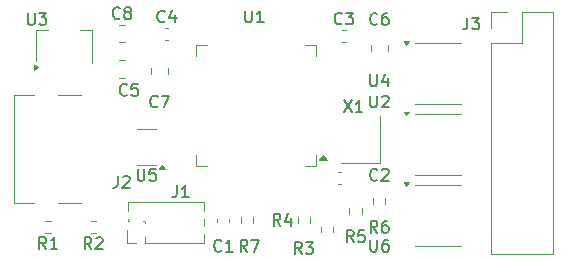
<source format=gbr>
%TF.GenerationSoftware,KiCad,Pcbnew,8.0.0*%
%TF.CreationDate,2024-03-25T21:44:05+01:00*%
%TF.ProjectId,expander-hw,65787061-6e64-4657-922d-68772e6b6963,rev?*%
%TF.SameCoordinates,Original*%
%TF.FileFunction,Legend,Top*%
%TF.FilePolarity,Positive*%
%FSLAX46Y46*%
G04 Gerber Fmt 4.6, Leading zero omitted, Abs format (unit mm)*
G04 Created by KiCad (PCBNEW 8.0.0) date 2024-03-25 21:44:05*
%MOMM*%
%LPD*%
G01*
G04 APERTURE LIST*
%ADD10C,0.150000*%
%ADD11C,0.120000*%
G04 APERTURE END LIST*
D10*
X121033333Y-92359580D02*
X120985714Y-92407200D01*
X120985714Y-92407200D02*
X120842857Y-92454819D01*
X120842857Y-92454819D02*
X120747619Y-92454819D01*
X120747619Y-92454819D02*
X120604762Y-92407200D01*
X120604762Y-92407200D02*
X120509524Y-92311961D01*
X120509524Y-92311961D02*
X120461905Y-92216723D01*
X120461905Y-92216723D02*
X120414286Y-92026247D01*
X120414286Y-92026247D02*
X120414286Y-91883390D01*
X120414286Y-91883390D02*
X120461905Y-91692914D01*
X120461905Y-91692914D02*
X120509524Y-91597676D01*
X120509524Y-91597676D02*
X120604762Y-91502438D01*
X120604762Y-91502438D02*
X120747619Y-91454819D01*
X120747619Y-91454819D02*
X120842857Y-91454819D01*
X120842857Y-91454819D02*
X120985714Y-91502438D01*
X120985714Y-91502438D02*
X121033333Y-91550057D01*
X121890476Y-91788152D02*
X121890476Y-92454819D01*
X121652381Y-91407200D02*
X121414286Y-92121485D01*
X121414286Y-92121485D02*
X122033333Y-92121485D01*
X117233333Y-92079580D02*
X117185714Y-92127200D01*
X117185714Y-92127200D02*
X117042857Y-92174819D01*
X117042857Y-92174819D02*
X116947619Y-92174819D01*
X116947619Y-92174819D02*
X116804762Y-92127200D01*
X116804762Y-92127200D02*
X116709524Y-92031961D01*
X116709524Y-92031961D02*
X116661905Y-91936723D01*
X116661905Y-91936723D02*
X116614286Y-91746247D01*
X116614286Y-91746247D02*
X116614286Y-91603390D01*
X116614286Y-91603390D02*
X116661905Y-91412914D01*
X116661905Y-91412914D02*
X116709524Y-91317676D01*
X116709524Y-91317676D02*
X116804762Y-91222438D01*
X116804762Y-91222438D02*
X116947619Y-91174819D01*
X116947619Y-91174819D02*
X117042857Y-91174819D01*
X117042857Y-91174819D02*
X117185714Y-91222438D01*
X117185714Y-91222438D02*
X117233333Y-91270057D01*
X117804762Y-91603390D02*
X117709524Y-91555771D01*
X117709524Y-91555771D02*
X117661905Y-91508152D01*
X117661905Y-91508152D02*
X117614286Y-91412914D01*
X117614286Y-91412914D02*
X117614286Y-91365295D01*
X117614286Y-91365295D02*
X117661905Y-91270057D01*
X117661905Y-91270057D02*
X117709524Y-91222438D01*
X117709524Y-91222438D02*
X117804762Y-91174819D01*
X117804762Y-91174819D02*
X117995238Y-91174819D01*
X117995238Y-91174819D02*
X118090476Y-91222438D01*
X118090476Y-91222438D02*
X118138095Y-91270057D01*
X118138095Y-91270057D02*
X118185714Y-91365295D01*
X118185714Y-91365295D02*
X118185714Y-91412914D01*
X118185714Y-91412914D02*
X118138095Y-91508152D01*
X118138095Y-91508152D02*
X118090476Y-91555771D01*
X118090476Y-91555771D02*
X117995238Y-91603390D01*
X117995238Y-91603390D02*
X117804762Y-91603390D01*
X117804762Y-91603390D02*
X117709524Y-91651009D01*
X117709524Y-91651009D02*
X117661905Y-91698628D01*
X117661905Y-91698628D02*
X117614286Y-91793866D01*
X117614286Y-91793866D02*
X117614286Y-91984342D01*
X117614286Y-91984342D02*
X117661905Y-92079580D01*
X117661905Y-92079580D02*
X117709524Y-92127200D01*
X117709524Y-92127200D02*
X117804762Y-92174819D01*
X117804762Y-92174819D02*
X117995238Y-92174819D01*
X117995238Y-92174819D02*
X118090476Y-92127200D01*
X118090476Y-92127200D02*
X118138095Y-92079580D01*
X118138095Y-92079580D02*
X118185714Y-91984342D01*
X118185714Y-91984342D02*
X118185714Y-91793866D01*
X118185714Y-91793866D02*
X118138095Y-91698628D01*
X118138095Y-91698628D02*
X118090476Y-91651009D01*
X118090476Y-91651009D02*
X117995238Y-91603390D01*
X120433333Y-99559580D02*
X120385714Y-99607200D01*
X120385714Y-99607200D02*
X120242857Y-99654819D01*
X120242857Y-99654819D02*
X120147619Y-99654819D01*
X120147619Y-99654819D02*
X120004762Y-99607200D01*
X120004762Y-99607200D02*
X119909524Y-99511961D01*
X119909524Y-99511961D02*
X119861905Y-99416723D01*
X119861905Y-99416723D02*
X119814286Y-99226247D01*
X119814286Y-99226247D02*
X119814286Y-99083390D01*
X119814286Y-99083390D02*
X119861905Y-98892914D01*
X119861905Y-98892914D02*
X119909524Y-98797676D01*
X119909524Y-98797676D02*
X120004762Y-98702438D01*
X120004762Y-98702438D02*
X120147619Y-98654819D01*
X120147619Y-98654819D02*
X120242857Y-98654819D01*
X120242857Y-98654819D02*
X120385714Y-98702438D01*
X120385714Y-98702438D02*
X120433333Y-98750057D01*
X120766667Y-98654819D02*
X121433333Y-98654819D01*
X121433333Y-98654819D02*
X121004762Y-99654819D01*
X117066666Y-105454819D02*
X117066666Y-106169104D01*
X117066666Y-106169104D02*
X117019047Y-106311961D01*
X117019047Y-106311961D02*
X116923809Y-106407200D01*
X116923809Y-106407200D02*
X116780952Y-106454819D01*
X116780952Y-106454819D02*
X116685714Y-106454819D01*
X117495238Y-105550057D02*
X117542857Y-105502438D01*
X117542857Y-105502438D02*
X117638095Y-105454819D01*
X117638095Y-105454819D02*
X117876190Y-105454819D01*
X117876190Y-105454819D02*
X117971428Y-105502438D01*
X117971428Y-105502438D02*
X118019047Y-105550057D01*
X118019047Y-105550057D02*
X118066666Y-105645295D01*
X118066666Y-105645295D02*
X118066666Y-105740533D01*
X118066666Y-105740533D02*
X118019047Y-105883390D01*
X118019047Y-105883390D02*
X117447619Y-106454819D01*
X117447619Y-106454819D02*
X118066666Y-106454819D01*
X136190476Y-99054819D02*
X136857142Y-100054819D01*
X136857142Y-99054819D02*
X136190476Y-100054819D01*
X137761904Y-100054819D02*
X137190476Y-100054819D01*
X137476190Y-100054819D02*
X137476190Y-99054819D01*
X137476190Y-99054819D02*
X137380952Y-99197676D01*
X137380952Y-99197676D02*
X137285714Y-99292914D01*
X137285714Y-99292914D02*
X137190476Y-99340533D01*
X114833333Y-111654819D02*
X114500000Y-111178628D01*
X114261905Y-111654819D02*
X114261905Y-110654819D01*
X114261905Y-110654819D02*
X114642857Y-110654819D01*
X114642857Y-110654819D02*
X114738095Y-110702438D01*
X114738095Y-110702438D02*
X114785714Y-110750057D01*
X114785714Y-110750057D02*
X114833333Y-110845295D01*
X114833333Y-110845295D02*
X114833333Y-110988152D01*
X114833333Y-110988152D02*
X114785714Y-111083390D01*
X114785714Y-111083390D02*
X114738095Y-111131009D01*
X114738095Y-111131009D02*
X114642857Y-111178628D01*
X114642857Y-111178628D02*
X114261905Y-111178628D01*
X115214286Y-110750057D02*
X115261905Y-110702438D01*
X115261905Y-110702438D02*
X115357143Y-110654819D01*
X115357143Y-110654819D02*
X115595238Y-110654819D01*
X115595238Y-110654819D02*
X115690476Y-110702438D01*
X115690476Y-110702438D02*
X115738095Y-110750057D01*
X115738095Y-110750057D02*
X115785714Y-110845295D01*
X115785714Y-110845295D02*
X115785714Y-110940533D01*
X115785714Y-110940533D02*
X115738095Y-111083390D01*
X115738095Y-111083390D02*
X115166667Y-111654819D01*
X115166667Y-111654819D02*
X115785714Y-111654819D01*
X122066666Y-106254819D02*
X122066666Y-106969104D01*
X122066666Y-106969104D02*
X122019047Y-107111961D01*
X122019047Y-107111961D02*
X121923809Y-107207200D01*
X121923809Y-107207200D02*
X121780952Y-107254819D01*
X121780952Y-107254819D02*
X121685714Y-107254819D01*
X123066666Y-107254819D02*
X122495238Y-107254819D01*
X122780952Y-107254819D02*
X122780952Y-106254819D01*
X122780952Y-106254819D02*
X122685714Y-106397676D01*
X122685714Y-106397676D02*
X122590476Y-106492914D01*
X122590476Y-106492914D02*
X122495238Y-106540533D01*
X130833334Y-109654818D02*
X130500001Y-109178627D01*
X130261906Y-109654818D02*
X130261906Y-108654818D01*
X130261906Y-108654818D02*
X130642858Y-108654818D01*
X130642858Y-108654818D02*
X130738096Y-108702437D01*
X130738096Y-108702437D02*
X130785715Y-108750056D01*
X130785715Y-108750056D02*
X130833334Y-108845294D01*
X130833334Y-108845294D02*
X130833334Y-108988151D01*
X130833334Y-108988151D02*
X130785715Y-109083389D01*
X130785715Y-109083389D02*
X130738096Y-109131008D01*
X130738096Y-109131008D02*
X130642858Y-109178627D01*
X130642858Y-109178627D02*
X130261906Y-109178627D01*
X131690477Y-108988151D02*
X131690477Y-109654818D01*
X131452382Y-108607199D02*
X131214287Y-109321484D01*
X131214287Y-109321484D02*
X131833334Y-109321484D01*
X110995833Y-111634819D02*
X110662500Y-111158628D01*
X110424405Y-111634819D02*
X110424405Y-110634819D01*
X110424405Y-110634819D02*
X110805357Y-110634819D01*
X110805357Y-110634819D02*
X110900595Y-110682438D01*
X110900595Y-110682438D02*
X110948214Y-110730057D01*
X110948214Y-110730057D02*
X110995833Y-110825295D01*
X110995833Y-110825295D02*
X110995833Y-110968152D01*
X110995833Y-110968152D02*
X110948214Y-111063390D01*
X110948214Y-111063390D02*
X110900595Y-111111009D01*
X110900595Y-111111009D02*
X110805357Y-111158628D01*
X110805357Y-111158628D02*
X110424405Y-111158628D01*
X111948214Y-111634819D02*
X111376786Y-111634819D01*
X111662500Y-111634819D02*
X111662500Y-110634819D01*
X111662500Y-110634819D02*
X111567262Y-110777676D01*
X111567262Y-110777676D02*
X111472024Y-110872914D01*
X111472024Y-110872914D02*
X111376786Y-110920533D01*
X128033334Y-111854818D02*
X127700001Y-111378627D01*
X127461906Y-111854818D02*
X127461906Y-110854818D01*
X127461906Y-110854818D02*
X127842858Y-110854818D01*
X127842858Y-110854818D02*
X127938096Y-110902437D01*
X127938096Y-110902437D02*
X127985715Y-110950056D01*
X127985715Y-110950056D02*
X128033334Y-111045294D01*
X128033334Y-111045294D02*
X128033334Y-111188151D01*
X128033334Y-111188151D02*
X127985715Y-111283389D01*
X127985715Y-111283389D02*
X127938096Y-111331008D01*
X127938096Y-111331008D02*
X127842858Y-111378627D01*
X127842858Y-111378627D02*
X127461906Y-111378627D01*
X128366668Y-110854818D02*
X129033334Y-110854818D01*
X129033334Y-110854818D02*
X128604763Y-111854818D01*
X139033333Y-92559580D02*
X138985714Y-92607200D01*
X138985714Y-92607200D02*
X138842857Y-92654819D01*
X138842857Y-92654819D02*
X138747619Y-92654819D01*
X138747619Y-92654819D02*
X138604762Y-92607200D01*
X138604762Y-92607200D02*
X138509524Y-92511961D01*
X138509524Y-92511961D02*
X138461905Y-92416723D01*
X138461905Y-92416723D02*
X138414286Y-92226247D01*
X138414286Y-92226247D02*
X138414286Y-92083390D01*
X138414286Y-92083390D02*
X138461905Y-91892914D01*
X138461905Y-91892914D02*
X138509524Y-91797676D01*
X138509524Y-91797676D02*
X138604762Y-91702438D01*
X138604762Y-91702438D02*
X138747619Y-91654819D01*
X138747619Y-91654819D02*
X138842857Y-91654819D01*
X138842857Y-91654819D02*
X138985714Y-91702438D01*
X138985714Y-91702438D02*
X139033333Y-91750057D01*
X139890476Y-91654819D02*
X139700000Y-91654819D01*
X139700000Y-91654819D02*
X139604762Y-91702438D01*
X139604762Y-91702438D02*
X139557143Y-91750057D01*
X139557143Y-91750057D02*
X139461905Y-91892914D01*
X139461905Y-91892914D02*
X139414286Y-92083390D01*
X139414286Y-92083390D02*
X139414286Y-92464342D01*
X139414286Y-92464342D02*
X139461905Y-92559580D01*
X139461905Y-92559580D02*
X139509524Y-92607200D01*
X139509524Y-92607200D02*
X139604762Y-92654819D01*
X139604762Y-92654819D02*
X139795238Y-92654819D01*
X139795238Y-92654819D02*
X139890476Y-92607200D01*
X139890476Y-92607200D02*
X139938095Y-92559580D01*
X139938095Y-92559580D02*
X139985714Y-92464342D01*
X139985714Y-92464342D02*
X139985714Y-92226247D01*
X139985714Y-92226247D02*
X139938095Y-92131009D01*
X139938095Y-92131009D02*
X139890476Y-92083390D01*
X139890476Y-92083390D02*
X139795238Y-92035771D01*
X139795238Y-92035771D02*
X139604762Y-92035771D01*
X139604762Y-92035771D02*
X139509524Y-92083390D01*
X139509524Y-92083390D02*
X139461905Y-92131009D01*
X139461905Y-92131009D02*
X139414286Y-92226247D01*
X139033333Y-105759580D02*
X138985714Y-105807200D01*
X138985714Y-105807200D02*
X138842857Y-105854819D01*
X138842857Y-105854819D02*
X138747619Y-105854819D01*
X138747619Y-105854819D02*
X138604762Y-105807200D01*
X138604762Y-105807200D02*
X138509524Y-105711961D01*
X138509524Y-105711961D02*
X138461905Y-105616723D01*
X138461905Y-105616723D02*
X138414286Y-105426247D01*
X138414286Y-105426247D02*
X138414286Y-105283390D01*
X138414286Y-105283390D02*
X138461905Y-105092914D01*
X138461905Y-105092914D02*
X138509524Y-104997676D01*
X138509524Y-104997676D02*
X138604762Y-104902438D01*
X138604762Y-104902438D02*
X138747619Y-104854819D01*
X138747619Y-104854819D02*
X138842857Y-104854819D01*
X138842857Y-104854819D02*
X138985714Y-104902438D01*
X138985714Y-104902438D02*
X139033333Y-104950057D01*
X139414286Y-104950057D02*
X139461905Y-104902438D01*
X139461905Y-104902438D02*
X139557143Y-104854819D01*
X139557143Y-104854819D02*
X139795238Y-104854819D01*
X139795238Y-104854819D02*
X139890476Y-104902438D01*
X139890476Y-104902438D02*
X139938095Y-104950057D01*
X139938095Y-104950057D02*
X139985714Y-105045295D01*
X139985714Y-105045295D02*
X139985714Y-105140533D01*
X139985714Y-105140533D02*
X139938095Y-105283390D01*
X139938095Y-105283390D02*
X139366667Y-105854819D01*
X139366667Y-105854819D02*
X139985714Y-105854819D01*
X109438095Y-91654819D02*
X109438095Y-92464342D01*
X109438095Y-92464342D02*
X109485714Y-92559580D01*
X109485714Y-92559580D02*
X109533333Y-92607200D01*
X109533333Y-92607200D02*
X109628571Y-92654819D01*
X109628571Y-92654819D02*
X109819047Y-92654819D01*
X109819047Y-92654819D02*
X109914285Y-92607200D01*
X109914285Y-92607200D02*
X109961904Y-92559580D01*
X109961904Y-92559580D02*
X110009523Y-92464342D01*
X110009523Y-92464342D02*
X110009523Y-91654819D01*
X110390476Y-91654819D02*
X111009523Y-91654819D01*
X111009523Y-91654819D02*
X110676190Y-92035771D01*
X110676190Y-92035771D02*
X110819047Y-92035771D01*
X110819047Y-92035771D02*
X110914285Y-92083390D01*
X110914285Y-92083390D02*
X110961904Y-92131009D01*
X110961904Y-92131009D02*
X111009523Y-92226247D01*
X111009523Y-92226247D02*
X111009523Y-92464342D01*
X111009523Y-92464342D02*
X110961904Y-92559580D01*
X110961904Y-92559580D02*
X110914285Y-92607200D01*
X110914285Y-92607200D02*
X110819047Y-92654819D01*
X110819047Y-92654819D02*
X110533333Y-92654819D01*
X110533333Y-92654819D02*
X110438095Y-92607200D01*
X110438095Y-92607200D02*
X110390476Y-92559580D01*
X138438095Y-110854819D02*
X138438095Y-111664342D01*
X138438095Y-111664342D02*
X138485714Y-111759580D01*
X138485714Y-111759580D02*
X138533333Y-111807200D01*
X138533333Y-111807200D02*
X138628571Y-111854819D01*
X138628571Y-111854819D02*
X138819047Y-111854819D01*
X138819047Y-111854819D02*
X138914285Y-111807200D01*
X138914285Y-111807200D02*
X138961904Y-111759580D01*
X138961904Y-111759580D02*
X139009523Y-111664342D01*
X139009523Y-111664342D02*
X139009523Y-110854819D01*
X139914285Y-110854819D02*
X139723809Y-110854819D01*
X139723809Y-110854819D02*
X139628571Y-110902438D01*
X139628571Y-110902438D02*
X139580952Y-110950057D01*
X139580952Y-110950057D02*
X139485714Y-111092914D01*
X139485714Y-111092914D02*
X139438095Y-111283390D01*
X139438095Y-111283390D02*
X139438095Y-111664342D01*
X139438095Y-111664342D02*
X139485714Y-111759580D01*
X139485714Y-111759580D02*
X139533333Y-111807200D01*
X139533333Y-111807200D02*
X139628571Y-111854819D01*
X139628571Y-111854819D02*
X139819047Y-111854819D01*
X139819047Y-111854819D02*
X139914285Y-111807200D01*
X139914285Y-111807200D02*
X139961904Y-111759580D01*
X139961904Y-111759580D02*
X140009523Y-111664342D01*
X140009523Y-111664342D02*
X140009523Y-111426247D01*
X140009523Y-111426247D02*
X139961904Y-111331009D01*
X139961904Y-111331009D02*
X139914285Y-111283390D01*
X139914285Y-111283390D02*
X139819047Y-111235771D01*
X139819047Y-111235771D02*
X139628571Y-111235771D01*
X139628571Y-111235771D02*
X139533333Y-111283390D01*
X139533333Y-111283390D02*
X139485714Y-111331009D01*
X139485714Y-111331009D02*
X139438095Y-111426247D01*
X138438095Y-98654819D02*
X138438095Y-99464342D01*
X138438095Y-99464342D02*
X138485714Y-99559580D01*
X138485714Y-99559580D02*
X138533333Y-99607200D01*
X138533333Y-99607200D02*
X138628571Y-99654819D01*
X138628571Y-99654819D02*
X138819047Y-99654819D01*
X138819047Y-99654819D02*
X138914285Y-99607200D01*
X138914285Y-99607200D02*
X138961904Y-99559580D01*
X138961904Y-99559580D02*
X139009523Y-99464342D01*
X139009523Y-99464342D02*
X139009523Y-98654819D01*
X139438095Y-98750057D02*
X139485714Y-98702438D01*
X139485714Y-98702438D02*
X139580952Y-98654819D01*
X139580952Y-98654819D02*
X139819047Y-98654819D01*
X139819047Y-98654819D02*
X139914285Y-98702438D01*
X139914285Y-98702438D02*
X139961904Y-98750057D01*
X139961904Y-98750057D02*
X140009523Y-98845295D01*
X140009523Y-98845295D02*
X140009523Y-98940533D01*
X140009523Y-98940533D02*
X139961904Y-99083390D01*
X139961904Y-99083390D02*
X139390476Y-99654819D01*
X139390476Y-99654819D02*
X140009523Y-99654819D01*
X117833333Y-98559580D02*
X117785714Y-98607200D01*
X117785714Y-98607200D02*
X117642857Y-98654819D01*
X117642857Y-98654819D02*
X117547619Y-98654819D01*
X117547619Y-98654819D02*
X117404762Y-98607200D01*
X117404762Y-98607200D02*
X117309524Y-98511961D01*
X117309524Y-98511961D02*
X117261905Y-98416723D01*
X117261905Y-98416723D02*
X117214286Y-98226247D01*
X117214286Y-98226247D02*
X117214286Y-98083390D01*
X117214286Y-98083390D02*
X117261905Y-97892914D01*
X117261905Y-97892914D02*
X117309524Y-97797676D01*
X117309524Y-97797676D02*
X117404762Y-97702438D01*
X117404762Y-97702438D02*
X117547619Y-97654819D01*
X117547619Y-97654819D02*
X117642857Y-97654819D01*
X117642857Y-97654819D02*
X117785714Y-97702438D01*
X117785714Y-97702438D02*
X117833333Y-97750057D01*
X118738095Y-97654819D02*
X118261905Y-97654819D01*
X118261905Y-97654819D02*
X118214286Y-98131009D01*
X118214286Y-98131009D02*
X118261905Y-98083390D01*
X118261905Y-98083390D02*
X118357143Y-98035771D01*
X118357143Y-98035771D02*
X118595238Y-98035771D01*
X118595238Y-98035771D02*
X118690476Y-98083390D01*
X118690476Y-98083390D02*
X118738095Y-98131009D01*
X118738095Y-98131009D02*
X118785714Y-98226247D01*
X118785714Y-98226247D02*
X118785714Y-98464342D01*
X118785714Y-98464342D02*
X118738095Y-98559580D01*
X118738095Y-98559580D02*
X118690476Y-98607200D01*
X118690476Y-98607200D02*
X118595238Y-98654819D01*
X118595238Y-98654819D02*
X118357143Y-98654819D01*
X118357143Y-98654819D02*
X118261905Y-98607200D01*
X118261905Y-98607200D02*
X118214286Y-98559580D01*
X139033333Y-110254819D02*
X138700000Y-109778628D01*
X138461905Y-110254819D02*
X138461905Y-109254819D01*
X138461905Y-109254819D02*
X138842857Y-109254819D01*
X138842857Y-109254819D02*
X138938095Y-109302438D01*
X138938095Y-109302438D02*
X138985714Y-109350057D01*
X138985714Y-109350057D02*
X139033333Y-109445295D01*
X139033333Y-109445295D02*
X139033333Y-109588152D01*
X139033333Y-109588152D02*
X138985714Y-109683390D01*
X138985714Y-109683390D02*
X138938095Y-109731009D01*
X138938095Y-109731009D02*
X138842857Y-109778628D01*
X138842857Y-109778628D02*
X138461905Y-109778628D01*
X139890476Y-109254819D02*
X139700000Y-109254819D01*
X139700000Y-109254819D02*
X139604762Y-109302438D01*
X139604762Y-109302438D02*
X139557143Y-109350057D01*
X139557143Y-109350057D02*
X139461905Y-109492914D01*
X139461905Y-109492914D02*
X139414286Y-109683390D01*
X139414286Y-109683390D02*
X139414286Y-110064342D01*
X139414286Y-110064342D02*
X139461905Y-110159580D01*
X139461905Y-110159580D02*
X139509524Y-110207200D01*
X139509524Y-110207200D02*
X139604762Y-110254819D01*
X139604762Y-110254819D02*
X139795238Y-110254819D01*
X139795238Y-110254819D02*
X139890476Y-110207200D01*
X139890476Y-110207200D02*
X139938095Y-110159580D01*
X139938095Y-110159580D02*
X139985714Y-110064342D01*
X139985714Y-110064342D02*
X139985714Y-109826247D01*
X139985714Y-109826247D02*
X139938095Y-109731009D01*
X139938095Y-109731009D02*
X139890476Y-109683390D01*
X139890476Y-109683390D02*
X139795238Y-109635771D01*
X139795238Y-109635771D02*
X139604762Y-109635771D01*
X139604762Y-109635771D02*
X139509524Y-109683390D01*
X139509524Y-109683390D02*
X139461905Y-109731009D01*
X139461905Y-109731009D02*
X139414286Y-109826247D01*
X137033333Y-111054819D02*
X136700000Y-110578628D01*
X136461905Y-111054819D02*
X136461905Y-110054819D01*
X136461905Y-110054819D02*
X136842857Y-110054819D01*
X136842857Y-110054819D02*
X136938095Y-110102438D01*
X136938095Y-110102438D02*
X136985714Y-110150057D01*
X136985714Y-110150057D02*
X137033333Y-110245295D01*
X137033333Y-110245295D02*
X137033333Y-110388152D01*
X137033333Y-110388152D02*
X136985714Y-110483390D01*
X136985714Y-110483390D02*
X136938095Y-110531009D01*
X136938095Y-110531009D02*
X136842857Y-110578628D01*
X136842857Y-110578628D02*
X136461905Y-110578628D01*
X137938095Y-110054819D02*
X137461905Y-110054819D01*
X137461905Y-110054819D02*
X137414286Y-110531009D01*
X137414286Y-110531009D02*
X137461905Y-110483390D01*
X137461905Y-110483390D02*
X137557143Y-110435771D01*
X137557143Y-110435771D02*
X137795238Y-110435771D01*
X137795238Y-110435771D02*
X137890476Y-110483390D01*
X137890476Y-110483390D02*
X137938095Y-110531009D01*
X137938095Y-110531009D02*
X137985714Y-110626247D01*
X137985714Y-110626247D02*
X137985714Y-110864342D01*
X137985714Y-110864342D02*
X137938095Y-110959580D01*
X137938095Y-110959580D02*
X137890476Y-111007200D01*
X137890476Y-111007200D02*
X137795238Y-111054819D01*
X137795238Y-111054819D02*
X137557143Y-111054819D01*
X137557143Y-111054819D02*
X137461905Y-111007200D01*
X137461905Y-111007200D02*
X137414286Y-110959580D01*
X136033333Y-92529580D02*
X135985714Y-92577200D01*
X135985714Y-92577200D02*
X135842857Y-92624819D01*
X135842857Y-92624819D02*
X135747619Y-92624819D01*
X135747619Y-92624819D02*
X135604762Y-92577200D01*
X135604762Y-92577200D02*
X135509524Y-92481961D01*
X135509524Y-92481961D02*
X135461905Y-92386723D01*
X135461905Y-92386723D02*
X135414286Y-92196247D01*
X135414286Y-92196247D02*
X135414286Y-92053390D01*
X135414286Y-92053390D02*
X135461905Y-91862914D01*
X135461905Y-91862914D02*
X135509524Y-91767676D01*
X135509524Y-91767676D02*
X135604762Y-91672438D01*
X135604762Y-91672438D02*
X135747619Y-91624819D01*
X135747619Y-91624819D02*
X135842857Y-91624819D01*
X135842857Y-91624819D02*
X135985714Y-91672438D01*
X135985714Y-91672438D02*
X136033333Y-91720057D01*
X136366667Y-91624819D02*
X136985714Y-91624819D01*
X136985714Y-91624819D02*
X136652381Y-92005771D01*
X136652381Y-92005771D02*
X136795238Y-92005771D01*
X136795238Y-92005771D02*
X136890476Y-92053390D01*
X136890476Y-92053390D02*
X136938095Y-92101009D01*
X136938095Y-92101009D02*
X136985714Y-92196247D01*
X136985714Y-92196247D02*
X136985714Y-92434342D01*
X136985714Y-92434342D02*
X136938095Y-92529580D01*
X136938095Y-92529580D02*
X136890476Y-92577200D01*
X136890476Y-92577200D02*
X136795238Y-92624819D01*
X136795238Y-92624819D02*
X136509524Y-92624819D01*
X136509524Y-92624819D02*
X136414286Y-92577200D01*
X136414286Y-92577200D02*
X136366667Y-92529580D01*
X118738095Y-104854819D02*
X118738095Y-105664342D01*
X118738095Y-105664342D02*
X118785714Y-105759580D01*
X118785714Y-105759580D02*
X118833333Y-105807200D01*
X118833333Y-105807200D02*
X118928571Y-105854819D01*
X118928571Y-105854819D02*
X119119047Y-105854819D01*
X119119047Y-105854819D02*
X119214285Y-105807200D01*
X119214285Y-105807200D02*
X119261904Y-105759580D01*
X119261904Y-105759580D02*
X119309523Y-105664342D01*
X119309523Y-105664342D02*
X119309523Y-104854819D01*
X120261904Y-104854819D02*
X119785714Y-104854819D01*
X119785714Y-104854819D02*
X119738095Y-105331009D01*
X119738095Y-105331009D02*
X119785714Y-105283390D01*
X119785714Y-105283390D02*
X119880952Y-105235771D01*
X119880952Y-105235771D02*
X120119047Y-105235771D01*
X120119047Y-105235771D02*
X120214285Y-105283390D01*
X120214285Y-105283390D02*
X120261904Y-105331009D01*
X120261904Y-105331009D02*
X120309523Y-105426247D01*
X120309523Y-105426247D02*
X120309523Y-105664342D01*
X120309523Y-105664342D02*
X120261904Y-105759580D01*
X120261904Y-105759580D02*
X120214285Y-105807200D01*
X120214285Y-105807200D02*
X120119047Y-105854819D01*
X120119047Y-105854819D02*
X119880952Y-105854819D01*
X119880952Y-105854819D02*
X119785714Y-105807200D01*
X119785714Y-105807200D02*
X119738095Y-105759580D01*
X146666666Y-92054819D02*
X146666666Y-92769104D01*
X146666666Y-92769104D02*
X146619047Y-92911961D01*
X146619047Y-92911961D02*
X146523809Y-93007200D01*
X146523809Y-93007200D02*
X146380952Y-93054819D01*
X146380952Y-93054819D02*
X146285714Y-93054819D01*
X147047619Y-92054819D02*
X147666666Y-92054819D01*
X147666666Y-92054819D02*
X147333333Y-92435771D01*
X147333333Y-92435771D02*
X147476190Y-92435771D01*
X147476190Y-92435771D02*
X147571428Y-92483390D01*
X147571428Y-92483390D02*
X147619047Y-92531009D01*
X147619047Y-92531009D02*
X147666666Y-92626247D01*
X147666666Y-92626247D02*
X147666666Y-92864342D01*
X147666666Y-92864342D02*
X147619047Y-92959580D01*
X147619047Y-92959580D02*
X147571428Y-93007200D01*
X147571428Y-93007200D02*
X147476190Y-93054819D01*
X147476190Y-93054819D02*
X147190476Y-93054819D01*
X147190476Y-93054819D02*
X147095238Y-93007200D01*
X147095238Y-93007200D02*
X147047619Y-92959580D01*
X138438095Y-96854819D02*
X138438095Y-97664342D01*
X138438095Y-97664342D02*
X138485714Y-97759580D01*
X138485714Y-97759580D02*
X138533333Y-97807200D01*
X138533333Y-97807200D02*
X138628571Y-97854819D01*
X138628571Y-97854819D02*
X138819047Y-97854819D01*
X138819047Y-97854819D02*
X138914285Y-97807200D01*
X138914285Y-97807200D02*
X138961904Y-97759580D01*
X138961904Y-97759580D02*
X139009523Y-97664342D01*
X139009523Y-97664342D02*
X139009523Y-96854819D01*
X139914285Y-97188152D02*
X139914285Y-97854819D01*
X139676190Y-96807200D02*
X139438095Y-97521485D01*
X139438095Y-97521485D02*
X140057142Y-97521485D01*
X125833333Y-111759580D02*
X125785714Y-111807200D01*
X125785714Y-111807200D02*
X125642857Y-111854819D01*
X125642857Y-111854819D02*
X125547619Y-111854819D01*
X125547619Y-111854819D02*
X125404762Y-111807200D01*
X125404762Y-111807200D02*
X125309524Y-111711961D01*
X125309524Y-111711961D02*
X125261905Y-111616723D01*
X125261905Y-111616723D02*
X125214286Y-111426247D01*
X125214286Y-111426247D02*
X125214286Y-111283390D01*
X125214286Y-111283390D02*
X125261905Y-111092914D01*
X125261905Y-111092914D02*
X125309524Y-110997676D01*
X125309524Y-110997676D02*
X125404762Y-110902438D01*
X125404762Y-110902438D02*
X125547619Y-110854819D01*
X125547619Y-110854819D02*
X125642857Y-110854819D01*
X125642857Y-110854819D02*
X125785714Y-110902438D01*
X125785714Y-110902438D02*
X125833333Y-110950057D01*
X126785714Y-111854819D02*
X126214286Y-111854819D01*
X126500000Y-111854819D02*
X126500000Y-110854819D01*
X126500000Y-110854819D02*
X126404762Y-110997676D01*
X126404762Y-110997676D02*
X126309524Y-111092914D01*
X126309524Y-111092914D02*
X126214286Y-111140533D01*
X132633334Y-112054818D02*
X132300001Y-111578627D01*
X132061906Y-112054818D02*
X132061906Y-111054818D01*
X132061906Y-111054818D02*
X132442858Y-111054818D01*
X132442858Y-111054818D02*
X132538096Y-111102437D01*
X132538096Y-111102437D02*
X132585715Y-111150056D01*
X132585715Y-111150056D02*
X132633334Y-111245294D01*
X132633334Y-111245294D02*
X132633334Y-111388151D01*
X132633334Y-111388151D02*
X132585715Y-111483389D01*
X132585715Y-111483389D02*
X132538096Y-111531008D01*
X132538096Y-111531008D02*
X132442858Y-111578627D01*
X132442858Y-111578627D02*
X132061906Y-111578627D01*
X132966668Y-111054818D02*
X133585715Y-111054818D01*
X133585715Y-111054818D02*
X133252382Y-111435770D01*
X133252382Y-111435770D02*
X133395239Y-111435770D01*
X133395239Y-111435770D02*
X133490477Y-111483389D01*
X133490477Y-111483389D02*
X133538096Y-111531008D01*
X133538096Y-111531008D02*
X133585715Y-111626246D01*
X133585715Y-111626246D02*
X133585715Y-111864341D01*
X133585715Y-111864341D02*
X133538096Y-111959579D01*
X133538096Y-111959579D02*
X133490477Y-112007199D01*
X133490477Y-112007199D02*
X133395239Y-112054818D01*
X133395239Y-112054818D02*
X133109525Y-112054818D01*
X133109525Y-112054818D02*
X133014287Y-112007199D01*
X133014287Y-112007199D02*
X132966668Y-111959579D01*
X127838095Y-91454819D02*
X127838095Y-92264342D01*
X127838095Y-92264342D02*
X127885714Y-92359580D01*
X127885714Y-92359580D02*
X127933333Y-92407200D01*
X127933333Y-92407200D02*
X128028571Y-92454819D01*
X128028571Y-92454819D02*
X128219047Y-92454819D01*
X128219047Y-92454819D02*
X128314285Y-92407200D01*
X128314285Y-92407200D02*
X128361904Y-92359580D01*
X128361904Y-92359580D02*
X128409523Y-92264342D01*
X128409523Y-92264342D02*
X128409523Y-91454819D01*
X129409523Y-92454819D02*
X128838095Y-92454819D01*
X129123809Y-92454819D02*
X129123809Y-91454819D01*
X129123809Y-91454819D02*
X129028571Y-91597676D01*
X129028571Y-91597676D02*
X128933333Y-91692914D01*
X128933333Y-91692914D02*
X128838095Y-91740533D01*
D11*
%TO.C,C4*%
X121340580Y-92890000D02*
X121059420Y-92890000D01*
X121340580Y-93910000D02*
X121059420Y-93910000D01*
%TO.C,C8*%
X117138748Y-92665000D02*
X117661252Y-92665000D01*
X117138748Y-94135000D02*
X117661252Y-94135000D01*
%TO.C,C7*%
X119865000Y-96288748D02*
X119865000Y-96811252D01*
X121335000Y-96288748D02*
X121335000Y-96811252D01*
%TO.C,J2*%
X108290000Y-98600000D02*
X109995000Y-98600000D01*
X108290000Y-107760000D02*
X108290000Y-98600000D01*
X109995000Y-107760000D02*
X108290000Y-107760000D01*
X112005000Y-107760000D02*
X113925000Y-107760000D01*
X113925000Y-98600000D02*
X112005000Y-98600000D01*
%TO.C,X1*%
X135950000Y-104400000D02*
X139250000Y-104400000D01*
X139250000Y-104400000D02*
X139250000Y-100400000D01*
%TO.C,R2*%
X115237258Y-109227500D02*
X114762742Y-109227500D01*
X115237258Y-110272500D02*
X114762742Y-110272500D01*
%TO.C,J1*%
X117830000Y-111155000D02*
X117830000Y-110025000D01*
X117895000Y-107625000D02*
X124365000Y-107625000D01*
X117895000Y-108447470D02*
X117895000Y-107625000D01*
X117895000Y-109265000D02*
X117895000Y-109062530D01*
X118026529Y-109265000D02*
X117895000Y-109265000D01*
X118590000Y-111155000D02*
X117830000Y-111155000D01*
X119296529Y-109265000D02*
X119153471Y-109265000D01*
X119350000Y-109461529D02*
X119350000Y-109318471D01*
X119350000Y-111155000D02*
X119350000Y-110588471D01*
X119350000Y-111155000D02*
X124365000Y-111155000D01*
X124365000Y-108447470D02*
X124365000Y-107625000D01*
X124365000Y-109717470D02*
X124365000Y-109062530D01*
X124365000Y-111155000D02*
X124365000Y-110332530D01*
%TO.C,R4*%
X132277500Y-108962742D02*
X132277500Y-109437258D01*
X133322500Y-108962742D02*
X133322500Y-109437258D01*
%TO.C,R1*%
X111399758Y-109227500D02*
X110925242Y-109227500D01*
X111399758Y-110272500D02*
X110925242Y-110272500D01*
%TO.C,R7*%
X127477500Y-109437258D02*
X127477500Y-108962742D01*
X128522500Y-109437258D02*
X128522500Y-108962742D01*
%TO.C,C6*%
X138465000Y-94861252D02*
X138465000Y-94338748D01*
X139935000Y-94861252D02*
X139935000Y-94338748D01*
%TO.C,C2*%
X135684420Y-105090000D02*
X135965580Y-105090000D01*
X135684420Y-106110000D02*
X135965580Y-106110000D01*
%TO.C,U3*%
X110140000Y-95720000D02*
X110140000Y-93140000D01*
X111120000Y-93140000D02*
X110140000Y-93140000D01*
X113880000Y-93140000D02*
X114860000Y-93140000D01*
X114860000Y-93140000D02*
X114860000Y-95860000D01*
X110290000Y-96270000D02*
X109960000Y-96510000D01*
X109960000Y-96030000D01*
X110290000Y-96270000D01*
G36*
X110290000Y-96270000D02*
G01*
X109960000Y-96510000D01*
X109960000Y-96030000D01*
X110290000Y-96270000D01*
G37*
%TO.C,U6*%
X144200000Y-106240000D02*
X142250000Y-106240000D01*
X144200000Y-106240000D02*
X146150000Y-106240000D01*
X144200000Y-111360000D02*
X142250000Y-111360000D01*
X144200000Y-111360000D02*
X146150000Y-111360000D01*
X141500000Y-106335000D02*
X141260000Y-106005000D01*
X141740000Y-106005000D01*
X141500000Y-106335000D01*
G36*
X141500000Y-106335000D02*
G01*
X141260000Y-106005000D01*
X141740000Y-106005000D01*
X141500000Y-106335000D01*
G37*
%TO.C,U2*%
X144200000Y-100240000D02*
X142250000Y-100240000D01*
X144200000Y-100240000D02*
X146150000Y-100240000D01*
X144200000Y-105360000D02*
X142250000Y-105360000D01*
X144200000Y-105360000D02*
X146150000Y-105360000D01*
X141500000Y-100335000D02*
X141260000Y-100005000D01*
X141740000Y-100005000D01*
X141500000Y-100335000D01*
G36*
X141500000Y-100335000D02*
G01*
X141260000Y-100005000D01*
X141740000Y-100005000D01*
X141500000Y-100335000D01*
G37*
%TO.C,C5*%
X117138748Y-95665000D02*
X117661252Y-95665000D01*
X117138748Y-97135000D02*
X117661252Y-97135000D01*
%TO.C,R6*%
X138677500Y-107837258D02*
X138677500Y-107362742D01*
X139722500Y-107837258D02*
X139722500Y-107362742D01*
%TO.C,R5*%
X136677500Y-108637258D02*
X136677500Y-108162742D01*
X137722500Y-108637258D02*
X137722500Y-108162742D01*
%TO.C,C3*%
X136059420Y-93090000D02*
X136340580Y-93090000D01*
X136059420Y-94110000D02*
X136340580Y-94110000D01*
%TO.C,U5*%
X119500000Y-101440000D02*
X118700000Y-101440000D01*
X119500000Y-101440000D02*
X120300000Y-101440000D01*
X119500000Y-104560000D02*
X118700000Y-104560000D01*
X119500000Y-104560000D02*
X120300000Y-104560000D01*
X121040000Y-104840000D02*
X120560000Y-104840000D01*
X120800000Y-104510000D01*
X121040000Y-104840000D01*
G36*
X121040000Y-104840000D02*
G01*
X120560000Y-104840000D01*
X120800000Y-104510000D01*
X121040000Y-104840000D01*
G37*
%TO.C,J3*%
X148670000Y-91595000D02*
X150000000Y-91595000D01*
X148670000Y-92925000D02*
X148670000Y-91595000D01*
X148670000Y-94195000D02*
X148670000Y-112035000D01*
X148670000Y-94195000D02*
X151270000Y-94195000D01*
X148670000Y-112035000D02*
X153870000Y-112035000D01*
X151270000Y-91595000D02*
X153870000Y-91595000D01*
X151270000Y-94195000D02*
X151270000Y-91595000D01*
X153870000Y-91595000D02*
X153870000Y-112035000D01*
%TO.C,U4*%
X144200000Y-94240000D02*
X142250000Y-94240000D01*
X144200000Y-94240000D02*
X146150000Y-94240000D01*
X144200000Y-99360000D02*
X142250000Y-99360000D01*
X144200000Y-99360000D02*
X146150000Y-99360000D01*
X141500000Y-94335000D02*
X141260000Y-94005000D01*
X141740000Y-94005000D01*
X141500000Y-94335000D01*
G36*
X141500000Y-94335000D02*
G01*
X141260000Y-94005000D01*
X141740000Y-94005000D01*
X141500000Y-94335000D01*
G37*
%TO.C,C1*%
X125490000Y-109059420D02*
X125490000Y-109340580D01*
X126510000Y-109059420D02*
X126510000Y-109340580D01*
%TO.C,R3*%
X134277500Y-109762742D02*
X134277500Y-110237258D01*
X135322500Y-109762742D02*
X135322500Y-110237258D01*
%TO.C,U1*%
X123640000Y-94390000D02*
X123640000Y-95340000D01*
X123640000Y-104610000D02*
X123640000Y-103660000D01*
X124590000Y-94390000D02*
X123640000Y-94390000D01*
X124590000Y-104610000D02*
X123640000Y-104610000D01*
X132910000Y-94390000D02*
X133860000Y-94390000D01*
X132910000Y-104610000D02*
X133860000Y-104610000D01*
X133860000Y-94390000D02*
X133860000Y-95340000D01*
X133860000Y-104610000D02*
X133860000Y-103660000D01*
X134815000Y-104130000D02*
X134135000Y-104130000D01*
X134475000Y-103660000D01*
X134815000Y-104130000D01*
G36*
X134815000Y-104130000D02*
G01*
X134135000Y-104130000D01*
X134475000Y-103660000D01*
X134815000Y-104130000D01*
G37*
%TD*%
M02*

</source>
